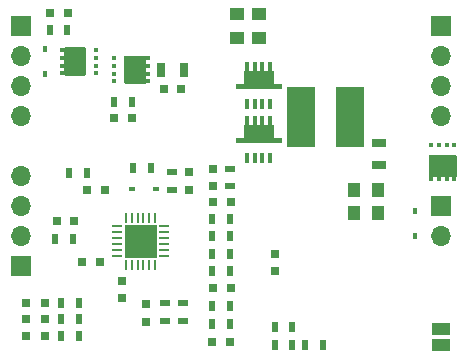
<source format=gts>
G04 #@! TF.GenerationSoftware,KiCad,Pcbnew,(5.1.10)-1*
G04 #@! TF.CreationDate,2021-11-27T12:03:37+09:00*
G04 #@! TF.ProjectId,LiPoCharger_BQ24610_5S,4c69506f-4368-4617-9267-65725f425132,rev?*
G04 #@! TF.SameCoordinates,Original*
G04 #@! TF.FileFunction,Soldermask,Top*
G04 #@! TF.FilePolarity,Negative*
%FSLAX46Y46*%
G04 Gerber Fmt 4.6, Leading zero omitted, Abs format (unit mm)*
G04 Created by KiCad (PCBNEW (5.1.10)-1) date 2021-11-27 12:03:37*
%MOMM*%
%LPD*%
G01*
G04 APERTURE LIST*
%ADD10C,0.100000*%
%ADD11R,0.450000X0.600000*%
%ADD12R,0.500000X0.900000*%
%ADD13R,0.900000X0.500000*%
%ADD14R,0.800000X0.800000*%
%ADD15R,1.700000X1.700000*%
%ADD16O,1.700000X1.700000*%
%ADD17R,0.800000X0.750000*%
%ADD18R,0.600000X0.450000*%
%ADD19R,1.000000X1.250000*%
%ADD20R,1.250000X1.000000*%
%ADD21R,0.750000X0.800000*%
%ADD22R,1.300000X0.700000*%
%ADD23R,0.850000X0.280000*%
%ADD24R,0.280000X0.850000*%
%ADD25R,2.450000X2.450000*%
%ADD26C,0.508000*%
%ADD27R,0.431800X0.304800*%
%ADD28R,0.406400X0.304800*%
%ADD29R,0.304800X0.863600*%
%ADD30R,0.700000X1.300000*%
%ADD31R,1.500000X1.000000*%
%ADD32R,2.350000X5.100000*%
%ADD33R,0.304800X0.431800*%
%ADD34R,0.304800X0.406400*%
G04 APERTURE END LIST*
D10*
G36*
X185550000Y-99850000D02*
G01*
X182850000Y-99850000D01*
X182850000Y-97150000D01*
X185550000Y-97150000D01*
X185550000Y-99850000D01*
G37*
X185550000Y-99850000D02*
X182850000Y-99850000D01*
X182850000Y-97150000D01*
X185550000Y-97150000D01*
X185550000Y-99850000D01*
G36*
X193000000Y-89800000D02*
G01*
X193000000Y-88700000D01*
X195400000Y-88700000D01*
X195400000Y-89800000D01*
X196100000Y-89800000D01*
X196100000Y-90100000D01*
X192300000Y-90100000D01*
X192300000Y-89800000D01*
X193000000Y-89800000D01*
G37*
X193000000Y-89800000D02*
X193000000Y-88700000D01*
X195400000Y-88700000D01*
X195400000Y-89800000D01*
X196100000Y-89800000D01*
X196100000Y-90100000D01*
X192300000Y-90100000D01*
X192300000Y-89800000D01*
X193000000Y-89800000D01*
G36*
X193000000Y-85200000D02*
G01*
X193000000Y-84100000D01*
X195400000Y-84100000D01*
X195400000Y-85200000D01*
X196100000Y-85200000D01*
X196100000Y-85500000D01*
X192300000Y-85500000D01*
X192300000Y-85200000D01*
X193000000Y-85200000D01*
G37*
X193000000Y-85200000D02*
X193000000Y-84100000D01*
X195400000Y-84100000D01*
X195400000Y-85200000D01*
X196100000Y-85200000D01*
X196100000Y-85500000D01*
X192300000Y-85500000D01*
X192300000Y-85200000D01*
X193000000Y-85200000D01*
D11*
X176100000Y-84350000D03*
X176100000Y-82250000D03*
X207400000Y-95950000D03*
X207400000Y-98050000D03*
D12*
X190250000Y-98100000D03*
X191750000Y-98100000D03*
X190250000Y-101000000D03*
X191750000Y-101000000D03*
X178950000Y-105100000D03*
X177450000Y-105100000D03*
D13*
X187800000Y-103750000D03*
X187800000Y-105250000D03*
D12*
X190250000Y-99600000D03*
X191750000Y-99600000D03*
X190250000Y-96600000D03*
X191750000Y-96600000D03*
D13*
X186300000Y-103750000D03*
X186300000Y-105250000D03*
D12*
X197050000Y-107300000D03*
X195550000Y-107300000D03*
X199650000Y-107300000D03*
X198150000Y-107300000D03*
X178150000Y-92700000D03*
X179650000Y-92700000D03*
X190250000Y-105500000D03*
X191750000Y-105500000D03*
D13*
X186900000Y-92650000D03*
X186900000Y-94150000D03*
D12*
X177450000Y-103700000D03*
X178950000Y-103700000D03*
D14*
X176100000Y-103700000D03*
X174500000Y-103700000D03*
X174500000Y-106500000D03*
X176100000Y-106500000D03*
D12*
X185050000Y-92300000D03*
X183550000Y-92300000D03*
D15*
X174100000Y-100620000D03*
D16*
X174100000Y-98080000D03*
X174100000Y-95540000D03*
X174100000Y-93000000D03*
D12*
X197050000Y-105800000D03*
X195550000Y-105800000D03*
D17*
X180750000Y-100300000D03*
X179250000Y-100300000D03*
D13*
X191800000Y-92350000D03*
X191800000Y-93850000D03*
D12*
X176950000Y-98300000D03*
X178450000Y-98300000D03*
D14*
X174500000Y-105100000D03*
X176100000Y-105100000D03*
D12*
X190250000Y-104000000D03*
X191750000Y-104000000D03*
X181950000Y-86700000D03*
X183450000Y-86700000D03*
D18*
X183450000Y-94100000D03*
X185550000Y-94100000D03*
D12*
X177450000Y-106500000D03*
X178950000Y-106500000D03*
D17*
X190250000Y-107000000D03*
X191750000Y-107000000D03*
X190350000Y-95200000D03*
X191850000Y-95200000D03*
D19*
X202300000Y-96100000D03*
X204300000Y-96100000D03*
D17*
X181150000Y-94200000D03*
X179650000Y-94200000D03*
D19*
X204300000Y-94200000D03*
X202300000Y-94200000D03*
D20*
X194200000Y-79300000D03*
X194200000Y-81300000D03*
X192400000Y-81300000D03*
X192400000Y-79300000D03*
D21*
X190300000Y-92350000D03*
X190300000Y-93850000D03*
D17*
X183450000Y-88100000D03*
X181950000Y-88100000D03*
D15*
X209660000Y-95540000D03*
D16*
X209660000Y-98080000D03*
D17*
X191850000Y-102500000D03*
X190350000Y-102500000D03*
X176550000Y-79200000D03*
X178050000Y-79200000D03*
D21*
X195600000Y-99550000D03*
X195600000Y-101050000D03*
D17*
X177100000Y-96800000D03*
X178600000Y-96800000D03*
D21*
X188300000Y-94150000D03*
X188300000Y-92650000D03*
D17*
X187650000Y-85600000D03*
X186150000Y-85600000D03*
D22*
X204400000Y-90150000D03*
X204400000Y-92050000D03*
D21*
X182600000Y-101850000D03*
X182600000Y-103350000D03*
D23*
X182225000Y-97250000D03*
X182225000Y-97749999D03*
X182225000Y-98250000D03*
X182225000Y-98750000D03*
X182225000Y-99250001D03*
X182225000Y-99750000D03*
D24*
X182949685Y-100475000D03*
X183449811Y-100475000D03*
X183949937Y-100475000D03*
X184450063Y-100475000D03*
X184950189Y-100475000D03*
X185450315Y-100475000D03*
D23*
X186175000Y-99750000D03*
X186175000Y-99250001D03*
X186175000Y-98750000D03*
X186175000Y-98250000D03*
X186175000Y-97749999D03*
X186175000Y-97250000D03*
D24*
X185450315Y-96525000D03*
X184950189Y-96525000D03*
X184450063Y-96525000D03*
X183949937Y-96525000D03*
X183449811Y-96525000D03*
X182949685Y-96525000D03*
D25*
X184200000Y-98500000D03*
D26*
X183412600Y-99287400D03*
X183412600Y-98500000D03*
X183412600Y-97712600D03*
X184200000Y-99287400D03*
X184200000Y-98500000D03*
X184200000Y-97712600D03*
X184987400Y-99287400D03*
X184987400Y-98500000D03*
X184987400Y-97712600D03*
D12*
X178000000Y-80600000D03*
X176500000Y-80600000D03*
D27*
X181964999Y-83025021D03*
X181964999Y-83675007D03*
X181964999Y-84324993D03*
X181964999Y-84974979D03*
D28*
X184847701Y-84974979D03*
X184847701Y-84324993D03*
X184847701Y-83675007D03*
X184847701Y-83025021D03*
G36*
G01*
X182800000Y-85099300D02*
X182800000Y-82900700D01*
G75*
G02*
X182900700Y-82800000I100700J0D01*
G01*
X184599300Y-82800000D01*
G75*
G02*
X184700000Y-82900700I0J-100700D01*
G01*
X184700000Y-85099300D01*
G75*
G02*
X184599300Y-85200000I-100700J0D01*
G01*
X182900700Y-85200000D01*
G75*
G02*
X182800000Y-85099300I0J100700D01*
G01*
G37*
D29*
X193225001Y-88325200D03*
X193874999Y-88325200D03*
X194525001Y-88325200D03*
X195174999Y-88325200D03*
X195174999Y-91474800D03*
X194525001Y-91474800D03*
X193874999Y-91474800D03*
X193225001Y-91474800D03*
D30*
X185950000Y-84000000D03*
X187850000Y-84000000D03*
D29*
X193225001Y-83725200D03*
X193874999Y-83725200D03*
X194525001Y-83725200D03*
X195174999Y-83725200D03*
X195174999Y-86874800D03*
X194525001Y-86874800D03*
X193874999Y-86874800D03*
X193225001Y-86874800D03*
D16*
X174100000Y-87920000D03*
X174100000Y-85380000D03*
X174100000Y-82840000D03*
D15*
X174100000Y-80300000D03*
D16*
X209660000Y-87920000D03*
X209660000Y-85380000D03*
X209660000Y-82840000D03*
D15*
X209660000Y-80300000D03*
D31*
X209600000Y-107250000D03*
X209600000Y-105950000D03*
D32*
X201975000Y-88000000D03*
X197825000Y-88000000D03*
D27*
X180435001Y-84274979D03*
X180435001Y-83624993D03*
X180435001Y-82975007D03*
X180435001Y-82325021D03*
D28*
X177552299Y-82325021D03*
X177552299Y-82975007D03*
X177552299Y-83624993D03*
X177552299Y-84274979D03*
G36*
G01*
X179600000Y-82200700D02*
X179600000Y-84399300D01*
G75*
G02*
X179499300Y-84500000I-100700J0D01*
G01*
X177800700Y-84500000D01*
G75*
G02*
X177700000Y-84399300I0J100700D01*
G01*
X177700000Y-82200700D01*
G75*
G02*
X177800700Y-82100000I100700J0D01*
G01*
X179499300Y-82100000D01*
G75*
G02*
X179600000Y-82200700I0J-100700D01*
G01*
G37*
D33*
X210774979Y-90364999D03*
X210124993Y-90364999D03*
X209475007Y-90364999D03*
X208825021Y-90364999D03*
D34*
X208825021Y-93247701D03*
X209475007Y-93247701D03*
X210124993Y-93247701D03*
X210774979Y-93247701D03*
G36*
G01*
X208700700Y-91200000D02*
X210899300Y-91200000D01*
G75*
G02*
X211000000Y-91300700I0J-100700D01*
G01*
X211000000Y-92999300D01*
G75*
G02*
X210899300Y-93100000I-100700J0D01*
G01*
X208700700Y-93100000D01*
G75*
G02*
X208600000Y-92999300I0J100700D01*
G01*
X208600000Y-91300700D01*
G75*
G02*
X208700700Y-91200000I100700J0D01*
G01*
G37*
D21*
X184700000Y-103850000D03*
X184700000Y-105350000D03*
M02*

</source>
